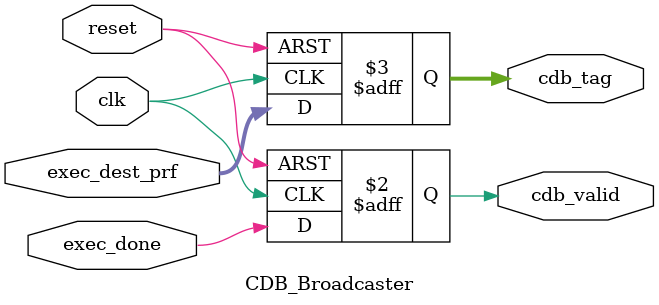
<source format=v>
`timescale 1ns / 1ps


module CDB_Broadcaster(
    input clk,
    input reset,
    
    input exec_done,
    input [5:0] exec_dest_prf,
    
    output reg cdb_valid,
    output reg [5:0] cdb_tag
    );
    
    always@(posedge clk or posedge reset) begin
        if (reset) begin
            cdb_valid <= 0;
            cdb_tag <= 0;
        end
        else begin
            cdb_valid <= exec_done;
            cdb_tag <= exec_dest_prf;
        end
    end
endmodule

</source>
